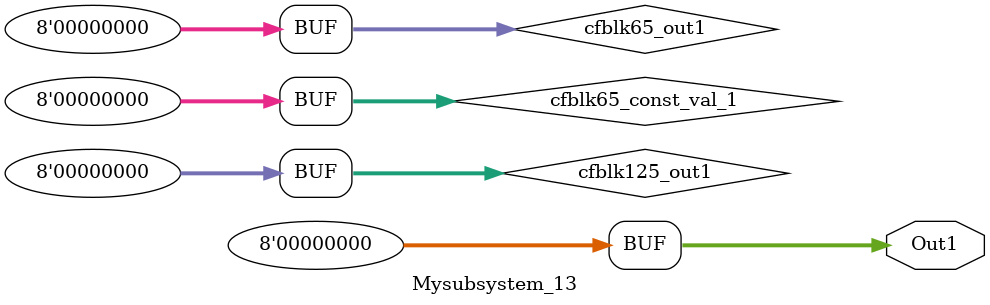
<source format=v>



`timescale 1 ns / 1 ns

module Mysubsystem_13
          (Out1);


  output  [7:0] Out1;  // uint8


  wire [7:0] cfblk125_out1;  // uint8
  wire [7:0] cfblk65_const_val_1;  // uint8
  wire [7:0] cfblk65_out1;  // uint8


  assign cfblk125_out1 = 8'b00000000;



  assign cfblk65_const_val_1 = 8'b00000000;



  assign cfblk65_out1 = cfblk125_out1 + cfblk65_const_val_1;



  assign Out1 = cfblk65_out1;

endmodule  // Mysubsystem_13


</source>
